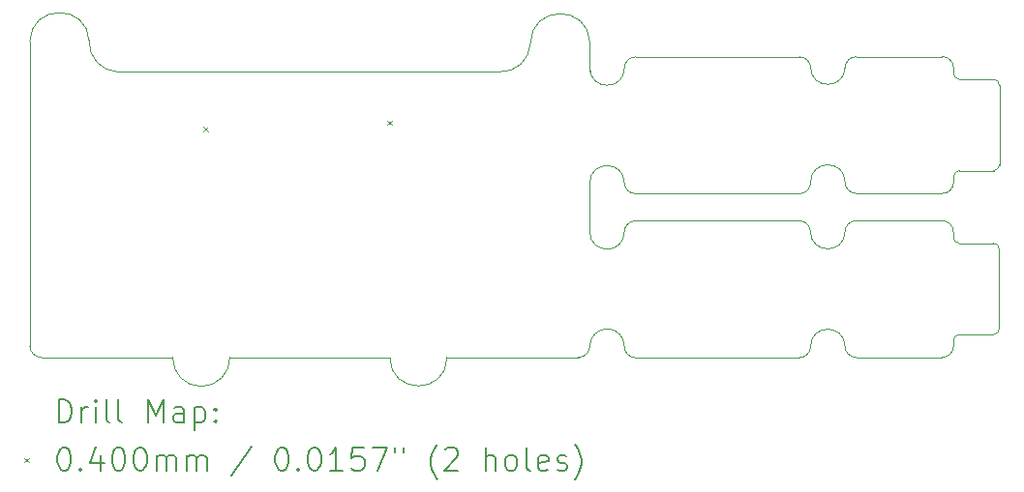
<source format=gbr>
%FSLAX45Y45*%
G04 Gerber Fmt 4.5, Leading zero omitted, Abs format (unit mm)*
G04 Created by KiCad (PCBNEW (6.0.4)) date 2023-03-26 23:07:18*
%MOMM*%
%LPD*%
G01*
G04 APERTURE LIST*
%TA.AperFunction,Profile*%
%ADD10C,0.100000*%
%TD*%
%ADD11C,0.200000*%
%ADD12C,0.040000*%
G04 APERTURE END LIST*
D10*
X24890562Y-14535859D02*
X24890562Y-14585859D01*
X24890916Y-13635504D02*
G75*
G03*
X24940917Y-13685504I50004J4D01*
G01*
X23541500Y-13252000D02*
X22111500Y-13252000D01*
X21709997Y-12150000D02*
G75*
G03*
X22011500Y-12152000I150753J-760D01*
G01*
X24042377Y-12050377D02*
G75*
G03*
X23942377Y-12150377I3J-100003D01*
G01*
X24889850Y-13586570D02*
G75*
G03*
X24789851Y-13486570I-100000J0D01*
G01*
X24790562Y-14685859D02*
X24040562Y-14685859D01*
X23541500Y-13252000D02*
G75*
G03*
X23641500Y-13152000I0J100000D01*
G01*
X25240562Y-14485152D02*
G75*
G03*
X25290562Y-14435149I-2J50002D01*
G01*
X24890955Y-12150377D02*
X24892732Y-12200022D01*
X24042377Y-12050377D02*
X24790955Y-12050377D01*
X24942377Y-13050377D02*
G75*
G03*
X24892377Y-13100377I3J-50003D01*
G01*
X24890953Y-12150377D02*
G75*
G03*
X24790955Y-12050377I-99993J7D01*
G01*
X23941664Y-13149666D02*
G75*
G03*
X24041666Y-13249666I100006J6D01*
G01*
X23941750Y-13148250D02*
G75*
G03*
X23641750Y-13148250I-150000J0D01*
G01*
X24892738Y-12200022D02*
G75*
G03*
X24942732Y-12250022I50002J2D01*
G01*
X25242022Y-13050022D02*
X24942377Y-13050377D01*
X24889851Y-13586570D02*
X24890917Y-13635504D01*
X24791666Y-13249666D02*
X24041666Y-13249666D01*
X23640750Y-13588250D02*
G75*
G03*
X23540750Y-13488250I-100000J0D01*
G01*
X25240562Y-14485149D02*
X24940562Y-14485859D01*
X22011500Y-13152000D02*
G75*
G03*
X22111500Y-13252000I100000J0D01*
G01*
X17584310Y-12185014D02*
X20910430Y-12184310D01*
X22010745Y-14588250D02*
G75*
G03*
X21710000Y-14585000I-150355J3250D01*
G01*
X24790562Y-14685862D02*
G75*
G03*
X24890562Y-14585859I-2J100002D01*
G01*
X16810000Y-12185000D02*
X16810711Y-14585289D01*
X24892377Y-13100377D02*
X24891666Y-13149666D01*
X25242022Y-13050022D02*
G75*
G03*
X25292022Y-13000022I-2J50002D01*
G01*
X24791666Y-13249666D02*
G75*
G03*
X24891666Y-13149666I4J99996D01*
G01*
X16810711Y-14585289D02*
G75*
G03*
X16910711Y-14685289I99999J-1D01*
G01*
X23641000Y-12144000D02*
G75*
G03*
X23941000Y-12144000I150000J0D01*
G01*
X21610000Y-14685000D02*
G75*
G03*
X21710000Y-14585000I0J100000D01*
G01*
X21710000Y-12185000D02*
X21710000Y-11930000D01*
X24041273Y-13486573D02*
G75*
G03*
X23941273Y-13586570I-3J-99997D01*
G01*
X18559998Y-14685102D02*
X19960000Y-14685000D01*
X22111500Y-12052000D02*
G75*
G03*
X22011500Y-12152000I0J-100000D01*
G01*
X24942732Y-12250022D02*
X25242022Y-12250732D01*
X23641500Y-12152000D02*
G75*
G03*
X23541500Y-12052000I-100000J0D01*
G01*
X23540750Y-14688250D02*
X22110750Y-14688250D01*
X20460000Y-14685000D02*
X21610000Y-14685000D01*
X24940917Y-13685504D02*
X25240562Y-13685859D01*
X25290562Y-13735859D02*
X25290562Y-14435149D01*
X25292028Y-12300732D02*
G75*
G03*
X25242022Y-12250732I-50008J-8D01*
G01*
X21710000Y-11930000D02*
G75*
G03*
X21190000Y-11930000I-260000J-5000D01*
G01*
X23640005Y-13584000D02*
G75*
G03*
X23941273Y-13586570I150645J0D01*
G01*
X21710000Y-13587000D02*
G75*
G03*
X22010000Y-13587000I150000J0D01*
G01*
X16910711Y-14685289D02*
X18060000Y-14685000D01*
X23940561Y-14585859D02*
G75*
G03*
X24040562Y-14685859I99999J-1D01*
G01*
X22110750Y-13488250D02*
X23540750Y-13488250D01*
X22110750Y-13488250D02*
G75*
G03*
X22010750Y-13588250I0J-100000D01*
G01*
X25292022Y-12300732D02*
X25292022Y-13000022D01*
X22111500Y-12052000D02*
X23541500Y-12052000D01*
X21710000Y-13155000D02*
X21710000Y-13587000D01*
X25290561Y-13735859D02*
G75*
G03*
X25240562Y-13685859I-50001J-1D01*
G01*
X19960000Y-14685000D02*
G75*
G03*
X20460000Y-14685000I250000J0D01*
G01*
X17330006Y-11905444D02*
G75*
G03*
X17584310Y-12185014I259304J-19576D01*
G01*
X17330000Y-11920000D02*
G75*
G03*
X16810000Y-11920000I-260000J-5000D01*
G01*
X24940562Y-14485862D02*
G75*
G03*
X24890562Y-14535859I-2J-49998D01*
G01*
X20910430Y-12184311D02*
G75*
G03*
X21190000Y-11930000I19570J259311D01*
G01*
X22010000Y-13155000D02*
G75*
G03*
X21710000Y-13155000I-150000J0D01*
G01*
X23940750Y-14588250D02*
G75*
G03*
X23640750Y-14588250I-150000J0D01*
G01*
X24041273Y-13486570D02*
X24789851Y-13486570D01*
X22010750Y-14588250D02*
G75*
G03*
X22110750Y-14688250I100000J0D01*
G01*
X23540750Y-14688250D02*
G75*
G03*
X23640750Y-14588250I0J100000D01*
G01*
X16810000Y-12185000D02*
X16810000Y-11920000D01*
X18060004Y-14685000D02*
G75*
G03*
X18559998Y-14685102I249996J-5100D01*
G01*
D11*
D12*
X18330000Y-12665000D02*
X18370000Y-12705000D01*
X18370000Y-12665000D02*
X18330000Y-12705000D01*
X19940000Y-12610000D02*
X19980000Y-12650000D01*
X19980000Y-12610000D02*
X19940000Y-12650000D01*
D11*
X17062619Y-15255624D02*
X17062619Y-15055624D01*
X17110238Y-15055624D01*
X17138810Y-15065148D01*
X17157857Y-15084195D01*
X17167381Y-15103243D01*
X17176905Y-15141338D01*
X17176905Y-15169910D01*
X17167381Y-15208005D01*
X17157857Y-15227052D01*
X17138810Y-15246100D01*
X17110238Y-15255624D01*
X17062619Y-15255624D01*
X17262619Y-15255624D02*
X17262619Y-15122290D01*
X17262619Y-15160386D02*
X17272143Y-15141338D01*
X17281667Y-15131814D01*
X17300714Y-15122290D01*
X17319762Y-15122290D01*
X17386429Y-15255624D02*
X17386429Y-15122290D01*
X17386429Y-15055624D02*
X17376905Y-15065148D01*
X17386429Y-15074671D01*
X17395952Y-15065148D01*
X17386429Y-15055624D01*
X17386429Y-15074671D01*
X17510238Y-15255624D02*
X17491190Y-15246100D01*
X17481667Y-15227052D01*
X17481667Y-15055624D01*
X17615000Y-15255624D02*
X17595952Y-15246100D01*
X17586429Y-15227052D01*
X17586429Y-15055624D01*
X17843571Y-15255624D02*
X17843571Y-15055624D01*
X17910238Y-15198481D01*
X17976905Y-15055624D01*
X17976905Y-15255624D01*
X18157857Y-15255624D02*
X18157857Y-15150862D01*
X18148333Y-15131814D01*
X18129286Y-15122290D01*
X18091190Y-15122290D01*
X18072143Y-15131814D01*
X18157857Y-15246100D02*
X18138810Y-15255624D01*
X18091190Y-15255624D01*
X18072143Y-15246100D01*
X18062619Y-15227052D01*
X18062619Y-15208005D01*
X18072143Y-15188957D01*
X18091190Y-15179433D01*
X18138810Y-15179433D01*
X18157857Y-15169910D01*
X18253095Y-15122290D02*
X18253095Y-15322290D01*
X18253095Y-15131814D02*
X18272143Y-15122290D01*
X18310238Y-15122290D01*
X18329286Y-15131814D01*
X18338810Y-15141338D01*
X18348333Y-15160386D01*
X18348333Y-15217529D01*
X18338810Y-15236576D01*
X18329286Y-15246100D01*
X18310238Y-15255624D01*
X18272143Y-15255624D01*
X18253095Y-15246100D01*
X18434048Y-15236576D02*
X18443571Y-15246100D01*
X18434048Y-15255624D01*
X18424524Y-15246100D01*
X18434048Y-15236576D01*
X18434048Y-15255624D01*
X18434048Y-15131814D02*
X18443571Y-15141338D01*
X18434048Y-15150862D01*
X18424524Y-15141338D01*
X18434048Y-15131814D01*
X18434048Y-15150862D01*
D12*
X16765000Y-15565148D02*
X16805000Y-15605148D01*
X16805000Y-15565148D02*
X16765000Y-15605148D01*
D11*
X17100714Y-15475624D02*
X17119762Y-15475624D01*
X17138810Y-15485148D01*
X17148333Y-15494671D01*
X17157857Y-15513719D01*
X17167381Y-15551814D01*
X17167381Y-15599433D01*
X17157857Y-15637529D01*
X17148333Y-15656576D01*
X17138810Y-15666100D01*
X17119762Y-15675624D01*
X17100714Y-15675624D01*
X17081667Y-15666100D01*
X17072143Y-15656576D01*
X17062619Y-15637529D01*
X17053095Y-15599433D01*
X17053095Y-15551814D01*
X17062619Y-15513719D01*
X17072143Y-15494671D01*
X17081667Y-15485148D01*
X17100714Y-15475624D01*
X17253095Y-15656576D02*
X17262619Y-15666100D01*
X17253095Y-15675624D01*
X17243571Y-15666100D01*
X17253095Y-15656576D01*
X17253095Y-15675624D01*
X17434048Y-15542290D02*
X17434048Y-15675624D01*
X17386429Y-15466100D02*
X17338810Y-15608957D01*
X17462619Y-15608957D01*
X17576905Y-15475624D02*
X17595952Y-15475624D01*
X17615000Y-15485148D01*
X17624524Y-15494671D01*
X17634048Y-15513719D01*
X17643571Y-15551814D01*
X17643571Y-15599433D01*
X17634048Y-15637529D01*
X17624524Y-15656576D01*
X17615000Y-15666100D01*
X17595952Y-15675624D01*
X17576905Y-15675624D01*
X17557857Y-15666100D01*
X17548333Y-15656576D01*
X17538810Y-15637529D01*
X17529286Y-15599433D01*
X17529286Y-15551814D01*
X17538810Y-15513719D01*
X17548333Y-15494671D01*
X17557857Y-15485148D01*
X17576905Y-15475624D01*
X17767381Y-15475624D02*
X17786429Y-15475624D01*
X17805476Y-15485148D01*
X17815000Y-15494671D01*
X17824524Y-15513719D01*
X17834048Y-15551814D01*
X17834048Y-15599433D01*
X17824524Y-15637529D01*
X17815000Y-15656576D01*
X17805476Y-15666100D01*
X17786429Y-15675624D01*
X17767381Y-15675624D01*
X17748333Y-15666100D01*
X17738810Y-15656576D01*
X17729286Y-15637529D01*
X17719762Y-15599433D01*
X17719762Y-15551814D01*
X17729286Y-15513719D01*
X17738810Y-15494671D01*
X17748333Y-15485148D01*
X17767381Y-15475624D01*
X17919762Y-15675624D02*
X17919762Y-15542290D01*
X17919762Y-15561338D02*
X17929286Y-15551814D01*
X17948333Y-15542290D01*
X17976905Y-15542290D01*
X17995952Y-15551814D01*
X18005476Y-15570862D01*
X18005476Y-15675624D01*
X18005476Y-15570862D02*
X18015000Y-15551814D01*
X18034048Y-15542290D01*
X18062619Y-15542290D01*
X18081667Y-15551814D01*
X18091190Y-15570862D01*
X18091190Y-15675624D01*
X18186429Y-15675624D02*
X18186429Y-15542290D01*
X18186429Y-15561338D02*
X18195952Y-15551814D01*
X18215000Y-15542290D01*
X18243571Y-15542290D01*
X18262619Y-15551814D01*
X18272143Y-15570862D01*
X18272143Y-15675624D01*
X18272143Y-15570862D02*
X18281667Y-15551814D01*
X18300714Y-15542290D01*
X18329286Y-15542290D01*
X18348333Y-15551814D01*
X18357857Y-15570862D01*
X18357857Y-15675624D01*
X18748333Y-15466100D02*
X18576905Y-15723243D01*
X19005476Y-15475624D02*
X19024524Y-15475624D01*
X19043571Y-15485148D01*
X19053095Y-15494671D01*
X19062619Y-15513719D01*
X19072143Y-15551814D01*
X19072143Y-15599433D01*
X19062619Y-15637529D01*
X19053095Y-15656576D01*
X19043571Y-15666100D01*
X19024524Y-15675624D01*
X19005476Y-15675624D01*
X18986429Y-15666100D01*
X18976905Y-15656576D01*
X18967381Y-15637529D01*
X18957857Y-15599433D01*
X18957857Y-15551814D01*
X18967381Y-15513719D01*
X18976905Y-15494671D01*
X18986429Y-15485148D01*
X19005476Y-15475624D01*
X19157857Y-15656576D02*
X19167381Y-15666100D01*
X19157857Y-15675624D01*
X19148333Y-15666100D01*
X19157857Y-15656576D01*
X19157857Y-15675624D01*
X19291190Y-15475624D02*
X19310238Y-15475624D01*
X19329286Y-15485148D01*
X19338810Y-15494671D01*
X19348333Y-15513719D01*
X19357857Y-15551814D01*
X19357857Y-15599433D01*
X19348333Y-15637529D01*
X19338810Y-15656576D01*
X19329286Y-15666100D01*
X19310238Y-15675624D01*
X19291190Y-15675624D01*
X19272143Y-15666100D01*
X19262619Y-15656576D01*
X19253095Y-15637529D01*
X19243571Y-15599433D01*
X19243571Y-15551814D01*
X19253095Y-15513719D01*
X19262619Y-15494671D01*
X19272143Y-15485148D01*
X19291190Y-15475624D01*
X19548333Y-15675624D02*
X19434048Y-15675624D01*
X19491190Y-15675624D02*
X19491190Y-15475624D01*
X19472143Y-15504195D01*
X19453095Y-15523243D01*
X19434048Y-15532767D01*
X19729286Y-15475624D02*
X19634048Y-15475624D01*
X19624524Y-15570862D01*
X19634048Y-15561338D01*
X19653095Y-15551814D01*
X19700714Y-15551814D01*
X19719762Y-15561338D01*
X19729286Y-15570862D01*
X19738810Y-15589910D01*
X19738810Y-15637529D01*
X19729286Y-15656576D01*
X19719762Y-15666100D01*
X19700714Y-15675624D01*
X19653095Y-15675624D01*
X19634048Y-15666100D01*
X19624524Y-15656576D01*
X19805476Y-15475624D02*
X19938810Y-15475624D01*
X19853095Y-15675624D01*
X20005476Y-15475624D02*
X20005476Y-15513719D01*
X20081667Y-15475624D02*
X20081667Y-15513719D01*
X20376905Y-15751814D02*
X20367381Y-15742290D01*
X20348333Y-15713719D01*
X20338810Y-15694671D01*
X20329286Y-15666100D01*
X20319762Y-15618481D01*
X20319762Y-15580386D01*
X20329286Y-15532767D01*
X20338810Y-15504195D01*
X20348333Y-15485148D01*
X20367381Y-15456576D01*
X20376905Y-15447052D01*
X20443571Y-15494671D02*
X20453095Y-15485148D01*
X20472143Y-15475624D01*
X20519762Y-15475624D01*
X20538810Y-15485148D01*
X20548333Y-15494671D01*
X20557857Y-15513719D01*
X20557857Y-15532767D01*
X20548333Y-15561338D01*
X20434048Y-15675624D01*
X20557857Y-15675624D01*
X20795952Y-15675624D02*
X20795952Y-15475624D01*
X20881667Y-15675624D02*
X20881667Y-15570862D01*
X20872143Y-15551814D01*
X20853095Y-15542290D01*
X20824524Y-15542290D01*
X20805476Y-15551814D01*
X20795952Y-15561338D01*
X21005476Y-15675624D02*
X20986429Y-15666100D01*
X20976905Y-15656576D01*
X20967381Y-15637529D01*
X20967381Y-15580386D01*
X20976905Y-15561338D01*
X20986429Y-15551814D01*
X21005476Y-15542290D01*
X21034048Y-15542290D01*
X21053095Y-15551814D01*
X21062619Y-15561338D01*
X21072143Y-15580386D01*
X21072143Y-15637529D01*
X21062619Y-15656576D01*
X21053095Y-15666100D01*
X21034048Y-15675624D01*
X21005476Y-15675624D01*
X21186429Y-15675624D02*
X21167381Y-15666100D01*
X21157857Y-15647052D01*
X21157857Y-15475624D01*
X21338810Y-15666100D02*
X21319762Y-15675624D01*
X21281667Y-15675624D01*
X21262619Y-15666100D01*
X21253095Y-15647052D01*
X21253095Y-15570862D01*
X21262619Y-15551814D01*
X21281667Y-15542290D01*
X21319762Y-15542290D01*
X21338810Y-15551814D01*
X21348333Y-15570862D01*
X21348333Y-15589910D01*
X21253095Y-15608957D01*
X21424524Y-15666100D02*
X21443571Y-15675624D01*
X21481667Y-15675624D01*
X21500714Y-15666100D01*
X21510238Y-15647052D01*
X21510238Y-15637529D01*
X21500714Y-15618481D01*
X21481667Y-15608957D01*
X21453095Y-15608957D01*
X21434048Y-15599433D01*
X21424524Y-15580386D01*
X21424524Y-15570862D01*
X21434048Y-15551814D01*
X21453095Y-15542290D01*
X21481667Y-15542290D01*
X21500714Y-15551814D01*
X21576905Y-15751814D02*
X21586429Y-15742290D01*
X21605476Y-15713719D01*
X21615000Y-15694671D01*
X21624524Y-15666100D01*
X21634048Y-15618481D01*
X21634048Y-15580386D01*
X21624524Y-15532767D01*
X21615000Y-15504195D01*
X21605476Y-15485148D01*
X21586429Y-15456576D01*
X21576905Y-15447052D01*
M02*

</source>
